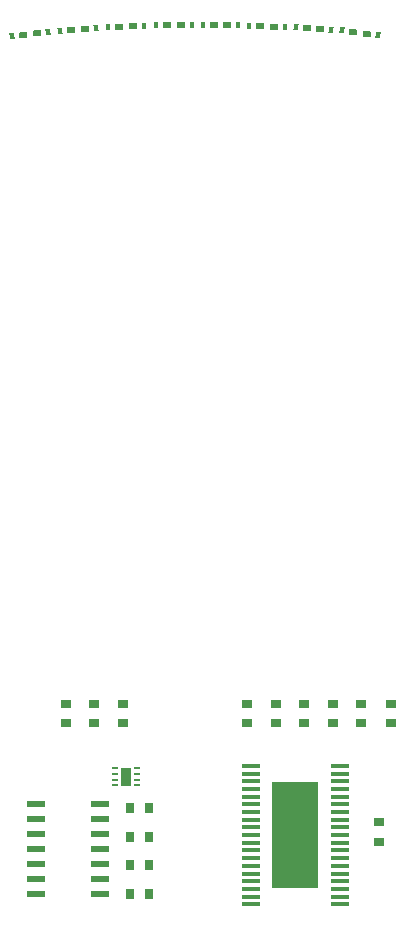
<source format=gtp>
%FSTAX23Y23*%
%MOMM*%
%SFA1B1*%

%IPPOS*%
%AMD25*
4,1,4,0.312420,0.292100,-0.378460,0.200660,-0.312420,-0.292100,0.378460,-0.200660,0.312420,0.292100,0.0*
%
%AMD26*
4,1,4,-0.165100,-0.271780,0.228600,-0.220980,0.165100,0.271780,-0.228600,0.220980,-0.165100,-0.271780,0.0*
%
%AMD27*
4,1,4,0.337820,0.264160,-0.358140,0.233680,-0.337820,-0.264160,0.358140,-0.233680,0.337820,0.264160,0.0*
%
%AMD28*
4,1,4,-0.187960,-0.256540,0.208280,-0.241300,0.187960,0.256540,-0.208280,0.241300,-0.187960,-0.256540,0.0*
%
%AMD31*
4,1,4,0.358140,0.233680,-0.337820,0.264160,-0.358140,-0.233680,0.337820,-0.264160,0.358140,0.233680,0.0*
%
%AMD32*
4,1,4,-0.208280,-0.241300,0.187960,-0.256540,0.208280,0.241300,-0.187960,0.256540,-0.208280,-0.241300,0.0*
%
%AMD33*
4,1,4,0.368300,0.218440,-0.325120,0.279400,-0.368300,-0.218440,0.325120,-0.279400,0.368300,0.218440,0.0*
%
%AMD34*
4,1,4,-0.218440,-0.231140,0.175260,-0.264160,0.218440,0.231140,-0.175260,0.264160,-0.218440,-0.231140,0.0*
%
%AMD35*
4,1,4,0.378460,0.200660,-0.312420,0.292100,-0.378460,-0.200660,0.312420,-0.292100,0.378460,0.200660,0.0*
%
%AMD36*
4,1,4,-0.228600,-0.220980,0.165100,-0.271780,0.228600,0.220980,-0.165100,0.271780,-0.228600,-0.220980,0.0*
%
%AMD37*
4,1,4,0.325120,0.279400,-0.368300,0.218440,-0.325120,-0.279400,0.368300,-0.218440,0.325120,0.279400,0.0*
%
%AMD38*
4,1,4,-0.175260,-0.264160,0.218440,-0.231140,0.175260,0.264160,-0.218440,0.231140,-0.175260,-0.264160,0.0*
%
%ADD18R,0.849998X0.699999*%
%ADD19R,1.499997X0.449999*%
%ADD20R,3.999992X8.999982*%
%ADD21R,0.499999X0.250000*%
%ADD22R,0.899998X1.599997*%
%ADD23R,0.699999X0.849998*%
%ADD24R,1.499997X0.599999*%
G04~CAMADD=25~9~0.0~0.0~275.6~196.9~0.0~0.0~0~0.0~0.0~0.0~0.0~0~0.0~0.0~0.0~0.0~0~0.0~0.0~0.0~7.5~298.0~229.0*
%ADD25D25*%
G04~CAMADD=26~9~0.0~0.0~157.5~196.9~0.0~0.0~0~0.0~0.0~0.0~0.0~0~0.0~0.0~0.0~0.0~0~0.0~0.0~0.0~187.5~180.0~213.0*
%ADD26D26*%
G04~CAMADD=27~9~0.0~0.0~275.6~196.9~0.0~0.0~0~0.0~0.0~0.0~0.0~0~0.0~0.0~0.0~0.0~0~0.0~0.0~0.0~2.5~282.0~207.0*
%ADD27D27*%
G04~CAMADD=28~9~0.0~0.0~157.5~196.9~0.0~0.0~0~0.0~0.0~0.0~0.0~0~0.0~0.0~0.0~0.0~0~0.0~0.0~0.0~182.5~164.0~201.0*
%ADD28D28*%
%ADD29R,0.699999X0.499999*%
%ADD30R,0.399999X0.499999*%
G04~CAMADD=31~9~0.0~0.0~275.6~196.9~0.0~0.0~0~0.0~0.0~0.0~0.0~0~0.0~0.0~0.0~0.0~0~0.0~0.0~0.0~357.5~282.0~207.0*
%ADD31D31*%
G04~CAMADD=32~9~0.0~0.0~157.5~196.9~0.0~0.0~0~0.0~0.0~0.0~0.0~0~0.0~0.0~0.0~0.0~0~0.0~0.0~0.0~177.5~164.0~201.0*
%ADD32D32*%
G04~CAMADD=33~9~0.0~0.0~275.6~196.9~0.0~0.0~0~0.0~0.0~0.0~0.0~0~0.0~0.0~0.0~0.0~0~0.0~0.0~0.0~355.0~290.0~219.0*
%ADD33D33*%
G04~CAMADD=34~9~0.0~0.0~157.5~196.9~0.0~0.0~0~0.0~0.0~0.0~0.0~0~0.0~0.0~0.0~0.0~0~0.0~0.0~0.0~175.0~172.0~207.0*
%ADD34D34*%
G04~CAMADD=35~9~0.0~0.0~275.6~196.9~0.0~0.0~0~0.0~0.0~0.0~0.0~0~0.0~0.0~0.0~0.0~0~0.0~0.0~0.0~352.5~298.0~229.0*
%ADD35D35*%
G04~CAMADD=36~9~0.0~0.0~157.5~196.9~0.0~0.0~0~0.0~0.0~0.0~0.0~0~0.0~0.0~0.0~0.0~0~0.0~0.0~0.0~172.5~180.0~213.0*
%ADD36D36*%
G04~CAMADD=37~9~0.0~0.0~275.6~196.9~0.0~0.0~0~0.0~0.0~0.0~0.0~0~0.0~0.0~0.0~0.0~0~0.0~0.0~0.0~5.0~290.0~219.0*
%ADD37D37*%
G04~CAMADD=38~9~0.0~0.0~157.5~196.9~0.0~0.0~0~0.0~0.0~0.0~0.0~0~0.0~0.0~0.0~0.0~0~0.0~0.0~0.0~185.0~172.0~207.0*
%ADD38D38*%
%LNpcb1-1*%
%LPD*%
G54D18*
X32786Y-03091D03*
Y-04741D03*
X33802Y06941D03*
Y05291D03*
X31262Y06941D03*
Y05291D03*
X28849D03*
Y06941D03*
X26436Y05291D03*
Y06941D03*
X24023Y05291D03*
Y06941D03*
X2161Y05291D03*
Y06941D03*
X11069Y05291D03*
Y06941D03*
X06243D03*
Y05291D03*
X08656Y06941D03*
Y05291D03*
G54D19*
X21924Y01679D03*
Y01029D03*
Y00379D03*
Y-0027D03*
Y-0092D03*
Y-0157D03*
Y-0222D03*
Y-0287D03*
Y-0352D03*
Y-0417D03*
Y-0482D03*
Y-0547D03*
Y-0612D03*
Y-0677D03*
Y-0742D03*
Y-0807D03*
Y-0872D03*
Y-0937D03*
Y-1002D03*
X29424Y01679D03*
Y01029D03*
Y00379D03*
Y-0027D03*
Y-0092D03*
Y-0157D03*
Y-0222D03*
Y-0287D03*
Y-0352D03*
Y-0417D03*
Y-0482D03*
Y-0547D03*
Y-0612D03*
Y-0677D03*
Y-0742D03*
Y-0807D03*
Y-0872D03*
Y-0937D03*
Y-1002D03*
G54D20*
X25674Y-0417D03*
G54D21*
X12273Y00032D03*
Y00532D03*
Y01032D03*
Y01532D03*
X10373D03*
Y01032D03*
Y00532D03*
Y00032D03*
G54D22*
X11323Y00782D03*
G54D23*
X13291Y-01884D03*
X11641D03*
X13291Y-04297D03*
X11641D03*
X13291Y-09123D03*
X11641D03*
X13291Y-0671D03*
X11641D03*
G54D24*
X09097Y-09149D03*
Y-07879D03*
Y-06609D03*
Y-05339D03*
Y-04069D03*
Y-02799D03*
Y-01529D03*
X03697Y-09149D03*
Y-07879D03*
Y-06609D03*
Y-05339D03*
Y-04069D03*
Y-02799D03*
Y-01529D03*
G54D25*
X0377Y63723D03*
X0262Y63572D03*
G54D26*
X01708Y63451D03*
X04682Y63843D03*
G54D27*
X11903Y64308D03*
X10744Y64257D03*
G54D28*
X09825Y64217D03*
X12822Y64348D03*
G54D29*
X15967Y64409D03*
X14807D03*
X19904D03*
X18744D03*
G54D30*
X13887Y64409D03*
X16887D03*
X17824D03*
X20824D03*
G54D31*
X23841Y64257D03*
X22682Y64308D03*
G54D32*
X21763Y64348D03*
X2476Y64217D03*
G54D33*
X27776Y64105D03*
X2662Y64206D03*
G54D34*
X25704Y64286D03*
X28693Y64025D03*
G54D35*
X3171Y63699D03*
X3056Y6385D03*
G54D36*
X29648Y6397D03*
X32622Y63578D03*
G54D37*
X07837Y64079D03*
X06681Y63978D03*
G54D38*
X05765Y63898D03*
X08754Y64159D03*
M02*
</source>
